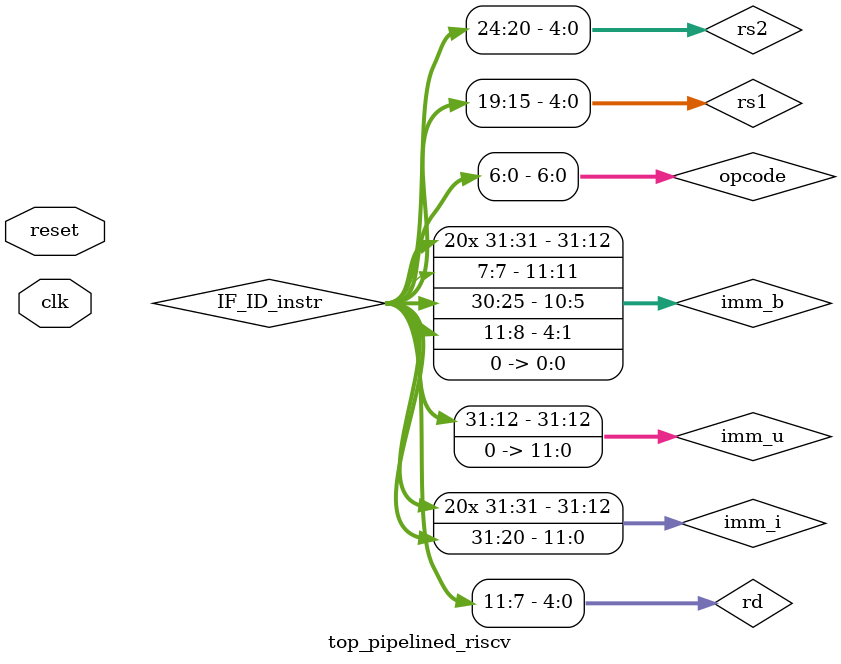
<source format=v>
module top_pipelined_riscv #(
    parameter DATA_WIDTH = 32,
    parameter REG_ADDR_WIDTH = 5,
    parameter MEM_DEPTH = 2048
)(
    input wire clk,
    input wire reset
);

    // PC and instruction fetch
    reg [DATA_WIDTH-1:0] PC;
    wire [DATA_WIDTH-1:0] next_PC;
    wire [DATA_WIDTH-1:0] instr;

    // IF/ID pipeline registers
    reg [DATA_WIDTH-1:0] IF_ID_instr;
    reg [DATA_WIDTH-1:0] IF_ID_PC;
    reg IF_ID_branch_predict;

    // ID/EX pipeline registers
    reg [DATA_WIDTH-1:0] ID_EX_RD1, ID_EX_RD2, ID_EX_imm;
    reg [REG_ADDR_WIDTH-1:0] ID_EX_rs1, ID_EX_rs2, ID_EX_rd;
    reg [1:0] ID_EX_ALUOp;
    reg       ID_EX_ALUSrc, ID_EX_MemRead, ID_EX_MemWrite;
    reg       ID_EX_RegWrite, ID_EX_MemToReg;
    reg [2:0] ID_EX_funct3;
    reg       ID_EX_funct7_bit;
    reg       ID_EX_branch_predict;
    reg       ID_EX_Branch;

    // EX/MEM pipeline registers
    reg [DATA_WIDTH-1:0] EX_MEM_ALU_result, EX_MEM_RD2;
    reg [REG_ADDR_WIDTH-1:0] EX_MEM_rd;
    reg       EX_MEM_RegWrite, EX_MEM_MemRead, EX_MEM_MemWrite, EX_MEM_MemToReg;
    reg       EX_MEM_branch_taken, EX_MEM_Branch, EX_MEM_predicted_taken;

    // MEM/WB pipeline registers
    reg [DATA_WIDTH-1:0] MEM_WB_read_data, MEM_WB_ALU_result;
    reg [REG_ADDR_WIDTH-1:0] MEM_WB_rd;
    reg       MEM_WB_RegWrite, MEM_WB_MemToReg;

    wire RegWrite, MemRead, MemWrite, ALUSrc, Branch, MemToReg;
    wire [1:0] ALUOp;
    wire hazard_stall, PCWrite, IF_ID_Write;

    wire [6:0] opcode = IF_ID_instr[6:0];
    wire [REG_ADDR_WIDTH-1:0] rs1 = IF_ID_instr[19:15];
    wire [REG_ADDR_WIDTH-1:0] rs2 = IF_ID_instr[24:20];
    wire [REG_ADDR_WIDTH-1:0] rd  = IF_ID_instr[11:7];

    wire [DATA_WIDTH-1:0] imm_i = {{20{IF_ID_instr[31]}}, IF_ID_instr[31:20]};
    wire [DATA_WIDTH-1:0] imm_u = {IF_ID_instr[31:12], 12'b0};
    wire [DATA_WIDTH-1:0] imm_b = {{20{IF_ID_instr[31]}}, IF_ID_instr[7], IF_ID_instr[30:25], IF_ID_instr[11:8], 1'b0};

    wire [DATA_WIDTH-1:0] imm = (opcode == 7'b0110111 || opcode == 7'b0010111) ? imm_u :
                                (opcode == 7'b1100011) ? imm_b : imm_i;

    wire [1:0] ForwardA, ForwardB;
    wire branch_predict;
    wire flush_IF_ID, flush_ID_EX, flush_EX_MEM;

    forwarding_unit FU (
        .ID_EX_Rs1(ID_EX_rs1),
        .ID_EX_Rs2(ID_EX_rs2),
        .EX_MEM_Rd(EX_MEM_rd),
        .MEM_WB_Rd(MEM_WB_rd),
        .EX_MEM_RegWrite(EX_MEM_RegWrite),
        .MEM_WB_RegWrite(MEM_WB_RegWrite),
        .ForwardA(ForwardA),
        .ForwardB(ForwardB)
    );

    wire [DATA_WIDTH-1:0] ALU_input_A = (ForwardA == 2'b10) ? EX_MEM_ALU_result :
                                       (ForwardA == 2'b01) ? MEM_WB_ALU_result :
                                       ID_EX_RD1;

    wire [DATA_WIDTH-1:0] ALU_input_B_raw = (ForwardB == 2'b10) ? EX_MEM_ALU_result :
                                           (ForwardB == 2'b01) ? MEM_WB_ALU_result :
                                           ID_EX_RD2;

    wire [DATA_WIDTH-1:0] ALU_input_B = ID_EX_ALUSrc ? ID_EX_imm : ALU_input_B_raw;

    wire [4:0] ALU_ctrl;
    alu_control ALU_CTRL (
        .ALUOp(ID_EX_ALUOp),
        .funct3(ID_EX_funct3),
        .funct7_bit(ID_EX_funct7_bit),
        .ALUControl(ALU_ctrl)
    );

    wire [DATA_WIDTH-1:0] ALU_result;
    wire Zero_flag;
    riscv_ALU ALU (
        .clk(clk), .reset(reset),
        .ALU_ctrl(ALU_ctrl),
        .ALU_ina(ALU_input_A),
        .ALU_inb_reg(ALU_input_B),
        .ALU_inb_imm(ID_EX_imm),
        .ALUSrc(ID_EX_ALUSrc),
        .ALU_out(ALU_result),
        .Zero_flag(Zero_flag)
    );

    wire [DATA_WIDTH-1:0] DataMemOut;
    /*mem_data #(.MEM_DEPTH(MEM_DEPTH)) DMEM (
        .clk(clk), .reset(reset),
        .rd_en(EX_MEM_MemRead),
        .wr_en(EX_MEM_MemWrite),
        .addr(EX_MEM_ALU_result),
        .din(EX_MEM_RD2),
        .dout(DataMemOut)
    );*/

	xpm_dpram_top DMEM (
		.clk(clk),
		.rst(reset),
		
		// Port A connections (used for Data Memory access)
		.we(EX_MEM_MemWrite),
		.addra(EX_MEM_ALU_result),
		.dina(EX_MEM_RD2),
		.douta(DataMemOut),
		
		// Port B connections 
		.dinb(),
		.doutb(),
		.addrb()
	);


    instr_mem #(.MEM_DEPTH(MEM_DEPTH)) IMEM (
        .clk(clk), .reset(reset),
        .addr(PC), .instr(instr)
    );

    control_unit CU (
        .stall(hazard_stall),
        .opcode(opcode),
        .RegWrite(RegWrite),
        .MemRead(MemRead),
        .MemWrite(MemWrite),
        .ALUSrc(ALUSrc),
        .Branch(Branch),
        .MemToReg(MemToReg),
        .ALUOp(ALUOp)
    );

    wire [DATA_WIDTH-1:0] RD1, RD2;
    register_file RF (
        .clk(clk), .rst(reset), .stall(hazard_stall),
        .A1(rs1), .A2(rs2), .A3(MEM_WB_rd),
        .WD3(MEM_WB_MemToReg ? MEM_WB_read_data : MEM_WB_ALU_result),
        .WE3(MEM_WB_RegWrite),
        .RD1(RD1), .RD2(RD2)
    );

    hazard_detection_unit HDU (
        .ID_EX_MemRead(ID_EX_MemRead),
        .ID_EX_Rd(ID_EX_rd),
        .IF_ID_Rs1(rs1),
        .IF_ID_Rs2(rs2),
        .stall(hazard_stall),
        .PCWrite(PCWrite),
        .IF_ID_Write(IF_ID_Write)
    );

    wire [DATA_WIDTH-1:0] branch_target = IF_ID_PC + imm;
    assign next_PC = branch_predict ? branch_target : (PC + 4);

    always @(posedge clk or posedge reset) begin
        if (reset)
            PC <= {DATA_WIDTH{1'b0}};
        else if (PCWrite)
            PC <= next_PC;
    end

    // IF/ID pipeline register update
    always @(posedge clk) begin
        if (reset || flush_IF_ID) begin
            IF_ID_instr <= {DATA_WIDTH{1'b0}};
            IF_ID_PC <= {DATA_WIDTH{1'b0}};
            IF_ID_branch_predict <= 1'b0;
        end else if (IF_ID_Write) begin
            IF_ID_instr <= instr;
            IF_ID_PC <= PC;
            IF_ID_branch_predict <= branch_predict;
        end
    end

    // ID/EX pipeline register update
    always @(posedge clk) begin
        if (reset || hazard_stall || flush_ID_EX) begin
            ID_EX_RD1 <= 0; ID_EX_RD2 <= 0; ID_EX_imm <= 0;
            ID_EX_rs1 <= 0; ID_EX_rs2 <= 0; ID_EX_rd <= 0;
            ID_EX_RegWrite <= 0; ID_EX_MemRead <= 0; ID_EX_MemWrite <= 0;
            ID_EX_ALUSrc <= 0; ID_EX_ALUOp <= 0; ID_EX_MemToReg <= 0;
            ID_EX_funct3 <= 0; ID_EX_funct7_bit <= 0;
            ID_EX_branch_predict <= 0; ID_EX_Branch <= 0;
        end else begin
            ID_EX_RD1 <= RD1; ID_EX_RD2 <= RD2; ID_EX_imm <= imm;
            ID_EX_rs1 <= rs1; ID_EX_rs2 <= rs2; ID_EX_rd <= rd;
            ID_EX_RegWrite <= RegWrite; ID_EX_MemRead <= MemRead;
            ID_EX_MemWrite <= MemWrite; ID_EX_ALUSrc <= ALUSrc;
            ID_EX_ALUOp <= ALUOp; ID_EX_MemToReg <= MemToReg;
            ID_EX_funct3 <= IF_ID_instr[14:12];
            ID_EX_funct7_bit <= IF_ID_instr[30];
            ID_EX_branch_predict <= IF_ID_branch_predict;
            ID_EX_Branch <= Branch;
        end
    end

    // EX/MEM pipeline register update
    always @(posedge clk) begin
        if (reset || flush_EX_MEM) begin
            EX_MEM_ALU_result <= 0; EX_MEM_RD2 <= 0; EX_MEM_rd <= 0;
            EX_MEM_RegWrite <= 0; EX_MEM_MemRead <= 0; EX_MEM_MemWrite <= 0;
            EX_MEM_MemToReg <= 0; EX_MEM_branch_taken <= 0;
            EX_MEM_Branch <= 0; EX_MEM_predicted_taken <= 0;
        end else begin
            EX_MEM_ALU_result <= ALU_result;
            EX_MEM_RD2 <= ALU_input_B_raw;
            EX_MEM_rd <= ID_EX_rd;
            EX_MEM_RegWrite <= ID_EX_RegWrite;
            EX_MEM_MemRead <= ID_EX_MemRead;
            EX_MEM_MemWrite <= ID_EX_MemWrite;
            EX_MEM_MemToReg <= ID_EX_MemToReg;
            EX_MEM_branch_taken <= ID_EX_Branch & Zero_flag;
            EX_MEM_Branch <= ID_EX_Branch;
            EX_MEM_predicted_taken <= ID_EX_branch_predict;
        end
    end

    // MEM/WB pipeline register update
    always @(posedge clk) begin
        if (reset || flush_EX_MEM) begin
            MEM_WB_read_data <= 0;
            MEM_WB_ALU_result <= 0;
            MEM_WB_rd <= 0;
            MEM_WB_RegWrite <= 0;
            MEM_WB_MemToReg <= 0;
        end else begin
            MEM_WB_read_data <= DataMemOut;
            MEM_WB_ALU_result <= EX_MEM_ALU_result;
            MEM_WB_rd <= EX_MEM_rd;
            MEM_WB_RegWrite <= EX_MEM_RegWrite;
            MEM_WB_MemToReg <= EX_MEM_MemToReg;
        end
    end

    branch_prediction_unit BPU (
        .clk(clk), .reset(reset),
        .branch_resolved(EX_MEM_Branch),
        .branch_taken_actual(EX_MEM_branch_taken),
        .branch_predict(branch_predict)
    );

    branch_control_flush BCF (
        .clk(clk), .reset(reset),
        .branch_taken(EX_MEM_branch_taken),
        .predicted_taken(EX_MEM_predicted_taken),
        .flush_IF_ID(flush_IF_ID),
        .flush_ID_EX(flush_ID_EX),
        .flush_EX_MEM(flush_EX_MEM)
    );


endmodule

</source>
